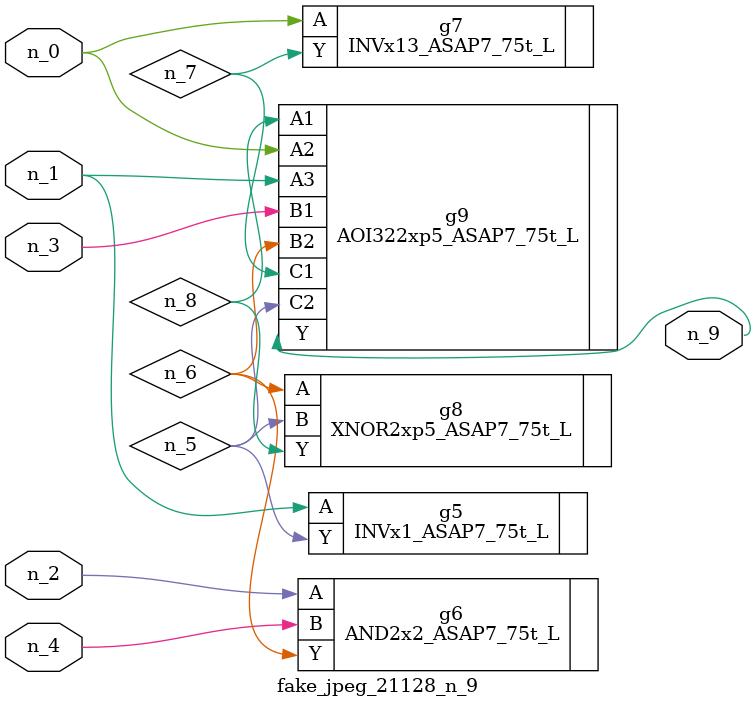
<source format=v>
module fake_jpeg_21128_n_9 (n_3, n_2, n_1, n_0, n_4, n_9);

input n_3;
input n_2;
input n_1;
input n_0;
input n_4;

output n_9;

wire n_8;
wire n_6;
wire n_5;
wire n_7;

INVx1_ASAP7_75t_L g5 ( 
.A(n_1),
.Y(n_5)
);

AND2x2_ASAP7_75t_L g6 ( 
.A(n_2),
.B(n_4),
.Y(n_6)
);

INVx13_ASAP7_75t_L g7 ( 
.A(n_0),
.Y(n_7)
);

XNOR2xp5_ASAP7_75t_L g8 ( 
.A(n_6),
.B(n_5),
.Y(n_8)
);

AOI322xp5_ASAP7_75t_L g9 ( 
.A1(n_8),
.A2(n_0),
.A3(n_1),
.B1(n_3),
.B2(n_6),
.C1(n_7),
.C2(n_5),
.Y(n_9)
);


endmodule
</source>
